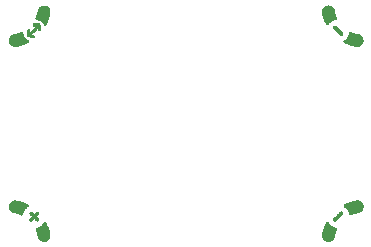
<source format=gbo>
%TF.GenerationSoftware,KiCad,Pcbnew,9.0.5*%
%TF.CreationDate,2025-10-03T12:10:43+01:00*%
%TF.ProjectId,mm_keycap_button,6d6d5f6b-6579-4636-9170-5f627574746f,0.4*%
%TF.SameCoordinates,PX8d24d00PY36d6160*%
%TF.FileFunction,Legend,Bot*%
%TF.FilePolarity,Positive*%
%FSLAX45Y45*%
G04 Gerber Fmt 4.5, Leading zero omitted, Abs format (unit mm)*
G04 Created by KiCad (PCBNEW 9.0.5) date 2025-10-03 12:10:43*
%MOMM*%
%LPD*%
G01*
G04 APERTURE LIST*
%ADD10C,0.010000*%
G04 APERTURE END LIST*
D10*
%TO.C,MH3*%
X-1192931Y-836394D02*
X-1191257Y-837027D01*
X-1189695Y-838171D01*
X-1188172Y-839891D01*
X-1186619Y-842253D01*
X-1184964Y-845323D01*
X-1184948Y-845354D01*
X-1179208Y-857513D01*
X-1173866Y-870278D01*
X-1168954Y-883549D01*
X-1164506Y-897227D01*
X-1160557Y-911211D01*
X-1157140Y-925402D01*
X-1155899Y-931266D01*
X-1154818Y-937214D01*
X-1154127Y-942527D01*
X-1153821Y-947262D01*
X-1153897Y-951472D01*
X-1154284Y-954831D01*
X-1155733Y-961174D01*
X-1157871Y-967152D01*
X-1160673Y-972730D01*
X-1164116Y-977873D01*
X-1168175Y-982545D01*
X-1172826Y-986712D01*
X-1178047Y-990338D01*
X-1178878Y-990834D01*
X-1184149Y-993463D01*
X-1189773Y-995434D01*
X-1195641Y-996736D01*
X-1201647Y-997358D01*
X-1207684Y-997290D01*
X-1213646Y-996520D01*
X-1219426Y-995039D01*
X-1219807Y-994913D01*
X-1225413Y-992621D01*
X-1230708Y-989641D01*
X-1235624Y-986040D01*
X-1240091Y-981884D01*
X-1244042Y-977239D01*
X-1247407Y-972174D01*
X-1250118Y-966754D01*
X-1250986Y-964554D01*
X-1251441Y-963125D01*
X-1251994Y-961102D01*
X-1252599Y-958674D01*
X-1253208Y-956026D01*
X-1253776Y-953347D01*
X-1253785Y-953303D01*
X-1255948Y-943330D01*
X-1258307Y-933953D01*
X-1260919Y-924988D01*
X-1263839Y-916248D01*
X-1267123Y-907550D01*
X-1269078Y-902780D01*
X-1270446Y-899330D01*
X-1271384Y-896446D01*
X-1271897Y-894035D01*
X-1271989Y-891999D01*
X-1271668Y-890243D01*
X-1270937Y-888671D01*
X-1269942Y-887343D01*
X-1269047Y-886417D01*
X-1268076Y-885650D01*
X-1266891Y-884976D01*
X-1265351Y-884329D01*
X-1263320Y-883640D01*
X-1260658Y-882843D01*
X-1260569Y-882818D01*
X-1254890Y-881049D01*
X-1249717Y-879145D01*
X-1244763Y-876992D01*
X-1241457Y-875373D01*
X-1233943Y-871099D01*
X-1226785Y-866147D01*
X-1220056Y-860579D01*
X-1213827Y-854458D01*
X-1208173Y-847848D01*
X-1205396Y-844116D01*
X-1203203Y-841237D01*
X-1201170Y-839061D01*
X-1199224Y-837537D01*
X-1197292Y-836609D01*
X-1195302Y-836223D01*
X-1194786Y-836205D01*
X-1192931Y-836394D01*
G36*
X-1192931Y-836394D02*
G01*
X-1191257Y-837027D01*
X-1189695Y-838171D01*
X-1188172Y-839891D01*
X-1186619Y-842253D01*
X-1184964Y-845323D01*
X-1184948Y-845354D01*
X-1179208Y-857513D01*
X-1173866Y-870278D01*
X-1168954Y-883549D01*
X-1164506Y-897227D01*
X-1160557Y-911211D01*
X-1157140Y-925402D01*
X-1155899Y-931266D01*
X-1154818Y-937214D01*
X-1154127Y-942527D01*
X-1153821Y-947262D01*
X-1153897Y-951472D01*
X-1154284Y-954831D01*
X-1155733Y-961174D01*
X-1157871Y-967152D01*
X-1160673Y-972730D01*
X-1164116Y-977873D01*
X-1168175Y-982545D01*
X-1172826Y-986712D01*
X-1178047Y-990338D01*
X-1178878Y-990834D01*
X-1184149Y-993463D01*
X-1189773Y-995434D01*
X-1195641Y-996736D01*
X-1201647Y-997358D01*
X-1207684Y-997290D01*
X-1213646Y-996520D01*
X-1219426Y-995039D01*
X-1219807Y-994913D01*
X-1225413Y-992621D01*
X-1230708Y-989641D01*
X-1235624Y-986040D01*
X-1240091Y-981884D01*
X-1244042Y-977239D01*
X-1247407Y-972174D01*
X-1250118Y-966754D01*
X-1250986Y-964554D01*
X-1251441Y-963125D01*
X-1251994Y-961102D01*
X-1252599Y-958674D01*
X-1253208Y-956026D01*
X-1253776Y-953347D01*
X-1253785Y-953303D01*
X-1255948Y-943330D01*
X-1258307Y-933953D01*
X-1260919Y-924988D01*
X-1263839Y-916248D01*
X-1267123Y-907550D01*
X-1269078Y-902780D01*
X-1270446Y-899330D01*
X-1271384Y-896446D01*
X-1271897Y-894035D01*
X-1271989Y-891999D01*
X-1271668Y-890243D01*
X-1270937Y-888671D01*
X-1269942Y-887343D01*
X-1269047Y-886417D01*
X-1268076Y-885650D01*
X-1266891Y-884976D01*
X-1265351Y-884329D01*
X-1263320Y-883640D01*
X-1260658Y-882843D01*
X-1260569Y-882818D01*
X-1254890Y-881049D01*
X-1249717Y-879145D01*
X-1244763Y-876992D01*
X-1241457Y-875373D01*
X-1233943Y-871099D01*
X-1226785Y-866147D01*
X-1220056Y-860579D01*
X-1213827Y-854458D01*
X-1208173Y-847848D01*
X-1205396Y-844116D01*
X-1203203Y-841237D01*
X-1201170Y-839061D01*
X-1199224Y-837537D01*
X-1197292Y-836609D01*
X-1195302Y-836223D01*
X-1194786Y-836205D01*
X-1192931Y-836394D01*
G37*
X-1447018Y-654034D02*
X-1444850Y-654071D01*
X-1442753Y-654172D01*
X-1440629Y-654351D01*
X-1438376Y-654625D01*
X-1435895Y-655011D01*
X-1433084Y-655524D01*
X-1429843Y-656180D01*
X-1426072Y-656996D01*
X-1421671Y-657988D01*
X-1419832Y-658410D01*
X-1408491Y-661261D01*
X-1396873Y-664641D01*
X-1385164Y-668482D01*
X-1373550Y-672718D01*
X-1362217Y-677282D01*
X-1351349Y-682108D01*
X-1344232Y-685549D01*
X-1341479Y-686997D01*
X-1339376Y-688277D01*
X-1337819Y-689468D01*
X-1336704Y-690652D01*
X-1335927Y-691910D01*
X-1335840Y-692096D01*
X-1335242Y-693899D01*
X-1335247Y-695582D01*
X-1335643Y-697006D01*
X-1336728Y-698977D01*
X-1338560Y-701002D01*
X-1341098Y-703036D01*
X-1341577Y-703366D01*
X-1348900Y-708774D01*
X-1355647Y-714694D01*
X-1361793Y-721098D01*
X-1367315Y-727957D01*
X-1372187Y-735240D01*
X-1376387Y-742920D01*
X-1378938Y-748575D01*
X-1380172Y-751694D01*
X-1381294Y-754833D01*
X-1382369Y-758196D01*
X-1383463Y-761983D01*
X-1384348Y-765277D01*
X-1384880Y-767101D01*
X-1385421Y-768406D01*
X-1386105Y-769456D01*
X-1386850Y-770298D01*
X-1388407Y-771642D01*
X-1390045Y-772450D01*
X-1391876Y-772726D01*
X-1394010Y-772476D01*
X-1396555Y-771702D01*
X-1398798Y-770783D01*
X-1410850Y-765838D01*
X-1423279Y-761510D01*
X-1436143Y-757780D01*
X-1449501Y-754630D01*
X-1452569Y-754002D01*
X-1456037Y-753292D01*
X-1458875Y-752660D01*
X-1461237Y-752063D01*
X-1463276Y-751455D01*
X-1465147Y-750793D01*
X-1467003Y-750030D01*
X-1468387Y-749407D01*
X-1473685Y-746533D01*
X-1478592Y-743019D01*
X-1483050Y-738937D01*
X-1487003Y-734359D01*
X-1490393Y-729360D01*
X-1493164Y-724012D01*
X-1495257Y-718387D01*
X-1496422Y-713655D01*
X-1497234Y-707379D01*
X-1497288Y-701216D01*
X-1496615Y-695215D01*
X-1495250Y-689423D01*
X-1493223Y-683890D01*
X-1490567Y-678665D01*
X-1487315Y-673794D01*
X-1483500Y-669328D01*
X-1479154Y-665315D01*
X-1474310Y-661803D01*
X-1469000Y-658840D01*
X-1463256Y-656476D01*
X-1457111Y-654759D01*
X-1456940Y-654722D01*
X-1455172Y-654404D01*
X-1453248Y-654191D01*
X-1450978Y-654072D01*
X-1448173Y-654031D01*
X-1447018Y-654034D01*
G36*
X-1447018Y-654034D02*
G01*
X-1444850Y-654071D01*
X-1442753Y-654172D01*
X-1440629Y-654351D01*
X-1438376Y-654625D01*
X-1435895Y-655011D01*
X-1433084Y-655524D01*
X-1429843Y-656180D01*
X-1426072Y-656996D01*
X-1421671Y-657988D01*
X-1419832Y-658410D01*
X-1408491Y-661261D01*
X-1396873Y-664641D01*
X-1385164Y-668482D01*
X-1373550Y-672718D01*
X-1362217Y-677282D01*
X-1351349Y-682108D01*
X-1344232Y-685549D01*
X-1341479Y-686997D01*
X-1339376Y-688277D01*
X-1337819Y-689468D01*
X-1336704Y-690652D01*
X-1335927Y-691910D01*
X-1335840Y-692096D01*
X-1335242Y-693899D01*
X-1335247Y-695582D01*
X-1335643Y-697006D01*
X-1336728Y-698977D01*
X-1338560Y-701002D01*
X-1341098Y-703036D01*
X-1341577Y-703366D01*
X-1348900Y-708774D01*
X-1355647Y-714694D01*
X-1361793Y-721098D01*
X-1367315Y-727957D01*
X-1372187Y-735240D01*
X-1376387Y-742920D01*
X-1378938Y-748575D01*
X-1380172Y-751694D01*
X-1381294Y-754833D01*
X-1382369Y-758196D01*
X-1383463Y-761983D01*
X-1384348Y-765277D01*
X-1384880Y-767101D01*
X-1385421Y-768406D01*
X-1386105Y-769456D01*
X-1386850Y-770298D01*
X-1388407Y-771642D01*
X-1390045Y-772450D01*
X-1391876Y-772726D01*
X-1394010Y-772476D01*
X-1396555Y-771702D01*
X-1398798Y-770783D01*
X-1410850Y-765838D01*
X-1423279Y-761510D01*
X-1436143Y-757780D01*
X-1449501Y-754630D01*
X-1452569Y-754002D01*
X-1456037Y-753292D01*
X-1458875Y-752660D01*
X-1461237Y-752063D01*
X-1463276Y-751455D01*
X-1465147Y-750793D01*
X-1467003Y-750030D01*
X-1468387Y-749407D01*
X-1473685Y-746533D01*
X-1478592Y-743019D01*
X-1483050Y-738937D01*
X-1487003Y-734359D01*
X-1490393Y-729360D01*
X-1493164Y-724012D01*
X-1495257Y-718387D01*
X-1496422Y-713655D01*
X-1497234Y-707379D01*
X-1497288Y-701216D01*
X-1496615Y-695215D01*
X-1495250Y-689423D01*
X-1493223Y-683890D01*
X-1490567Y-678665D01*
X-1487315Y-673794D01*
X-1483500Y-669328D01*
X-1479154Y-665315D01*
X-1474310Y-661803D01*
X-1469000Y-658840D01*
X-1463256Y-656476D01*
X-1457111Y-654759D01*
X-1456940Y-654722D01*
X-1455172Y-654404D01*
X-1453248Y-654191D01*
X-1450978Y-654072D01*
X-1448173Y-654031D01*
X-1447018Y-654034D01*
G37*
X-1311451Y-749774D02*
X-1310449Y-750050D01*
X-1309860Y-750269D01*
X-1309261Y-750567D01*
X-1308589Y-750998D01*
X-1307780Y-751620D01*
X-1306771Y-752487D01*
X-1305499Y-753655D01*
X-1303900Y-755181D01*
X-1301913Y-757120D01*
X-1299472Y-759528D01*
X-1297496Y-761488D01*
X-1286681Y-772223D01*
X-1276065Y-761703D01*
X-1273208Y-758894D01*
X-1270632Y-756407D01*
X-1268388Y-754286D01*
X-1266523Y-752577D01*
X-1265088Y-751326D01*
X-1264131Y-750579D01*
X-1263860Y-750415D01*
X-1262045Y-749851D01*
X-1259845Y-749625D01*
X-1257574Y-749733D01*
X-1255548Y-750171D01*
X-1254695Y-750529D01*
X-1252772Y-751894D01*
X-1251094Y-753731D01*
X-1249969Y-755663D01*
X-1249562Y-757250D01*
X-1249400Y-759249D01*
X-1249480Y-761317D01*
X-1249804Y-763112D01*
X-1249989Y-763649D01*
X-1250481Y-764400D01*
X-1251545Y-765681D01*
X-1253173Y-767481D01*
X-1255356Y-769791D01*
X-1258084Y-772599D01*
X-1261347Y-775897D01*
X-1261386Y-775936D01*
X-1272169Y-786747D01*
X-1261586Y-797377D01*
X-1258492Y-800504D01*
X-1255941Y-803123D01*
X-1253900Y-805272D01*
X-1252333Y-806989D01*
X-1251208Y-808311D01*
X-1250490Y-809274D01*
X-1250197Y-809783D01*
X-1249490Y-812214D01*
X-1249381Y-814873D01*
X-1249862Y-817471D01*
X-1250402Y-818824D01*
X-1251968Y-821145D01*
X-1254030Y-822867D01*
X-1256293Y-823873D01*
X-1258062Y-824311D01*
X-1259564Y-824415D01*
X-1261164Y-824181D01*
X-1262499Y-823827D01*
X-1263073Y-823640D01*
X-1263636Y-823392D01*
X-1264251Y-823029D01*
X-1264981Y-822496D01*
X-1265887Y-821738D01*
X-1267032Y-820699D01*
X-1268478Y-819326D01*
X-1270289Y-817562D01*
X-1272525Y-815352D01*
X-1275251Y-812643D01*
X-1275667Y-812228D01*
X-1286681Y-801259D01*
X-1297694Y-812228D01*
X-1300492Y-815010D01*
X-1302792Y-817285D01*
X-1304657Y-819107D01*
X-1306150Y-820532D01*
X-1307333Y-821613D01*
X-1308268Y-822407D01*
X-1309018Y-822967D01*
X-1309645Y-823350D01*
X-1310212Y-823611D01*
X-1310781Y-823803D01*
X-1310863Y-823827D01*
X-1312741Y-824292D01*
X-1314270Y-824418D01*
X-1315817Y-824208D01*
X-1317069Y-823873D01*
X-1319535Y-822749D01*
X-1321523Y-821040D01*
X-1322966Y-818841D01*
X-1323797Y-816245D01*
X-1323978Y-814160D01*
X-1323955Y-813044D01*
X-1323860Y-812048D01*
X-1323643Y-811103D01*
X-1323256Y-810141D01*
X-1322649Y-809093D01*
X-1321771Y-807892D01*
X-1320575Y-806470D01*
X-1319009Y-804759D01*
X-1317026Y-802689D01*
X-1314574Y-800195D01*
X-1311776Y-797377D01*
X-1301193Y-786747D01*
X-1311959Y-775936D01*
X-1315199Y-772661D01*
X-1317875Y-769908D01*
X-1320003Y-767659D01*
X-1321602Y-765896D01*
X-1322687Y-764600D01*
X-1323275Y-763753D01*
X-1323356Y-763588D01*
X-1323943Y-761196D01*
X-1323921Y-758591D01*
X-1323335Y-756014D01*
X-1322230Y-753702D01*
X-1321285Y-752487D01*
X-1319266Y-750908D01*
X-1316836Y-749903D01*
X-1314172Y-749512D01*
X-1311451Y-749774D01*
G36*
X-1311451Y-749774D02*
G01*
X-1310449Y-750050D01*
X-1309860Y-750269D01*
X-1309261Y-750567D01*
X-1308589Y-750998D01*
X-1307780Y-751620D01*
X-1306771Y-752487D01*
X-1305499Y-753655D01*
X-1303900Y-755181D01*
X-1301913Y-757120D01*
X-1299472Y-759528D01*
X-1297496Y-761488D01*
X-1286681Y-772223D01*
X-1276065Y-761703D01*
X-1273208Y-758894D01*
X-1270632Y-756407D01*
X-1268388Y-754286D01*
X-1266523Y-752577D01*
X-1265088Y-751326D01*
X-1264131Y-750579D01*
X-1263860Y-750415D01*
X-1262045Y-749851D01*
X-1259845Y-749625D01*
X-1257574Y-749733D01*
X-1255548Y-750171D01*
X-1254695Y-750529D01*
X-1252772Y-751894D01*
X-1251094Y-753731D01*
X-1249969Y-755663D01*
X-1249562Y-757250D01*
X-1249400Y-759249D01*
X-1249480Y-761317D01*
X-1249804Y-763112D01*
X-1249989Y-763649D01*
X-1250481Y-764400D01*
X-1251545Y-765681D01*
X-1253173Y-767481D01*
X-1255356Y-769791D01*
X-1258084Y-772599D01*
X-1261347Y-775897D01*
X-1261386Y-775936D01*
X-1272169Y-786747D01*
X-1261586Y-797377D01*
X-1258492Y-800504D01*
X-1255941Y-803123D01*
X-1253900Y-805272D01*
X-1252333Y-806989D01*
X-1251208Y-808311D01*
X-1250490Y-809274D01*
X-1250197Y-809783D01*
X-1249490Y-812214D01*
X-1249381Y-814873D01*
X-1249862Y-817471D01*
X-1250402Y-818824D01*
X-1251968Y-821145D01*
X-1254030Y-822867D01*
X-1256293Y-823873D01*
X-1258062Y-824311D01*
X-1259564Y-824415D01*
X-1261164Y-824181D01*
X-1262499Y-823827D01*
X-1263073Y-823640D01*
X-1263636Y-823392D01*
X-1264251Y-823029D01*
X-1264981Y-822496D01*
X-1265887Y-821738D01*
X-1267032Y-820699D01*
X-1268478Y-819326D01*
X-1270289Y-817562D01*
X-1272525Y-815352D01*
X-1275251Y-812643D01*
X-1275667Y-812228D01*
X-1286681Y-801259D01*
X-1297694Y-812228D01*
X-1300492Y-815010D01*
X-1302792Y-817285D01*
X-1304657Y-819107D01*
X-1306150Y-820532D01*
X-1307333Y-821613D01*
X-1308268Y-822407D01*
X-1309018Y-822967D01*
X-1309645Y-823350D01*
X-1310212Y-823611D01*
X-1310781Y-823803D01*
X-1310863Y-823827D01*
X-1312741Y-824292D01*
X-1314270Y-824418D01*
X-1315817Y-824208D01*
X-1317069Y-823873D01*
X-1319535Y-822749D01*
X-1321523Y-821040D01*
X-1322966Y-818841D01*
X-1323797Y-816245D01*
X-1323978Y-814160D01*
X-1323955Y-813044D01*
X-1323860Y-812048D01*
X-1323643Y-811103D01*
X-1323256Y-810141D01*
X-1322649Y-809093D01*
X-1321771Y-807892D01*
X-1320575Y-806470D01*
X-1319009Y-804759D01*
X-1317026Y-802689D01*
X-1314574Y-800195D01*
X-1311776Y-797377D01*
X-1301193Y-786747D01*
X-1311959Y-775936D01*
X-1315199Y-772661D01*
X-1317875Y-769908D01*
X-1320003Y-767659D01*
X-1321602Y-765896D01*
X-1322687Y-764600D01*
X-1323275Y-763753D01*
X-1323356Y-763588D01*
X-1323943Y-761196D01*
X-1323921Y-758591D01*
X-1323335Y-756014D01*
X-1322230Y-753702D01*
X-1321285Y-752487D01*
X-1319266Y-750908D01*
X-1316836Y-749903D01*
X-1314172Y-749512D01*
X-1311451Y-749774D01*
G37*
%TO.C,MH4*%
X1451231Y-653710D02*
X1454590Y-654097D01*
X1460934Y-655546D01*
X1466912Y-657684D01*
X1472490Y-660486D01*
X1477632Y-663928D01*
X1482304Y-667987D01*
X1486471Y-672639D01*
X1490098Y-677859D01*
X1490593Y-678690D01*
X1493223Y-683962D01*
X1495194Y-689585D01*
X1496496Y-695453D01*
X1497118Y-701460D01*
X1497049Y-707497D01*
X1496280Y-713459D01*
X1494799Y-719238D01*
X1494672Y-719620D01*
X1492381Y-725226D01*
X1489401Y-730521D01*
X1485799Y-735436D01*
X1481643Y-739904D01*
X1476999Y-743854D01*
X1471934Y-747220D01*
X1466514Y-749931D01*
X1464313Y-750798D01*
X1462884Y-751253D01*
X1460862Y-751806D01*
X1458434Y-752411D01*
X1455786Y-753021D01*
X1453107Y-753589D01*
X1453063Y-753598D01*
X1443090Y-755760D01*
X1433713Y-758119D01*
X1424747Y-760731D01*
X1416008Y-763651D01*
X1407310Y-766936D01*
X1402540Y-768891D01*
X1399089Y-770259D01*
X1396206Y-771197D01*
X1393794Y-771709D01*
X1391759Y-771802D01*
X1390003Y-771480D01*
X1388431Y-770750D01*
X1387103Y-769755D01*
X1386176Y-768860D01*
X1385410Y-767889D01*
X1384736Y-766703D01*
X1384088Y-765164D01*
X1383400Y-763133D01*
X1382603Y-760470D01*
X1382577Y-760382D01*
X1380809Y-754703D01*
X1378904Y-749530D01*
X1376752Y-744575D01*
X1375132Y-741269D01*
X1370859Y-733756D01*
X1365906Y-726598D01*
X1360338Y-719868D01*
X1354218Y-713640D01*
X1347608Y-707985D01*
X1343876Y-705209D01*
X1340996Y-703016D01*
X1338821Y-700982D01*
X1337297Y-699036D01*
X1336369Y-697105D01*
X1335983Y-695115D01*
X1335965Y-694598D01*
X1336153Y-692743D01*
X1336787Y-691070D01*
X1337930Y-689507D01*
X1339650Y-687985D01*
X1342012Y-686431D01*
X1345083Y-684776D01*
X1345114Y-684761D01*
X1357273Y-679021D01*
X1370038Y-673678D01*
X1383309Y-668766D01*
X1396986Y-664319D01*
X1410970Y-660370D01*
X1425162Y-656953D01*
X1431026Y-655711D01*
X1436974Y-654631D01*
X1442287Y-653939D01*
X1447021Y-653634D01*
X1451231Y-653710D01*
G36*
X1451231Y-653710D02*
G01*
X1454590Y-654097D01*
X1460934Y-655546D01*
X1466912Y-657684D01*
X1472490Y-660486D01*
X1477632Y-663928D01*
X1482304Y-667987D01*
X1486471Y-672639D01*
X1490098Y-677859D01*
X1490593Y-678690D01*
X1493223Y-683962D01*
X1495194Y-689585D01*
X1496496Y-695453D01*
X1497118Y-701460D01*
X1497049Y-707497D01*
X1496280Y-713459D01*
X1494799Y-719238D01*
X1494672Y-719620D01*
X1492381Y-725226D01*
X1489401Y-730521D01*
X1485799Y-735436D01*
X1481643Y-739904D01*
X1476999Y-743854D01*
X1471934Y-747220D01*
X1466514Y-749931D01*
X1464313Y-750798D01*
X1462884Y-751253D01*
X1460862Y-751806D01*
X1458434Y-752411D01*
X1455786Y-753021D01*
X1453107Y-753589D01*
X1453063Y-753598D01*
X1443090Y-755760D01*
X1433713Y-758119D01*
X1424747Y-760731D01*
X1416008Y-763651D01*
X1407310Y-766936D01*
X1402540Y-768891D01*
X1399089Y-770259D01*
X1396206Y-771197D01*
X1393794Y-771709D01*
X1391759Y-771802D01*
X1390003Y-771480D01*
X1388431Y-770750D01*
X1387103Y-769755D01*
X1386176Y-768860D01*
X1385410Y-767889D01*
X1384736Y-766703D01*
X1384088Y-765164D01*
X1383400Y-763133D01*
X1382603Y-760470D01*
X1382577Y-760382D01*
X1380809Y-754703D01*
X1378904Y-749530D01*
X1376752Y-744575D01*
X1375132Y-741269D01*
X1370859Y-733756D01*
X1365906Y-726598D01*
X1360338Y-719868D01*
X1354218Y-713640D01*
X1347608Y-707985D01*
X1343876Y-705209D01*
X1340996Y-703016D01*
X1338821Y-700982D01*
X1337297Y-699036D01*
X1336369Y-697105D01*
X1335983Y-695115D01*
X1335965Y-694598D01*
X1336153Y-692743D01*
X1336787Y-691070D01*
X1337930Y-689507D01*
X1339650Y-687985D01*
X1342012Y-686431D01*
X1345083Y-684776D01*
X1345114Y-684761D01*
X1357273Y-679021D01*
X1370038Y-673678D01*
X1383309Y-668766D01*
X1396986Y-664319D01*
X1410970Y-660370D01*
X1425162Y-656953D01*
X1431026Y-655711D01*
X1436974Y-654631D01*
X1442287Y-653939D01*
X1447021Y-653634D01*
X1451231Y-653710D01*
G37*
X1195341Y-835060D02*
X1196765Y-835455D01*
X1198737Y-836541D01*
X1200761Y-838373D01*
X1202796Y-840911D01*
X1203126Y-841389D01*
X1208533Y-848713D01*
X1214454Y-855459D01*
X1220858Y-861606D01*
X1227716Y-867127D01*
X1235000Y-872000D01*
X1242680Y-876199D01*
X1248335Y-878750D01*
X1251454Y-879985D01*
X1254593Y-881107D01*
X1257955Y-882182D01*
X1261743Y-883275D01*
X1265037Y-884161D01*
X1266861Y-884692D01*
X1268166Y-885234D01*
X1269216Y-885918D01*
X1270058Y-886663D01*
X1271402Y-888219D01*
X1272210Y-889858D01*
X1272486Y-891689D01*
X1272235Y-893822D01*
X1271462Y-896367D01*
X1270542Y-898610D01*
X1265598Y-910662D01*
X1261270Y-923091D01*
X1257540Y-935955D01*
X1254390Y-949313D01*
X1253761Y-952381D01*
X1253051Y-955850D01*
X1252420Y-958688D01*
X1251823Y-961050D01*
X1251215Y-963089D01*
X1250552Y-964960D01*
X1249789Y-966816D01*
X1249167Y-968200D01*
X1246293Y-973498D01*
X1242778Y-978405D01*
X1238696Y-982863D01*
X1234119Y-986816D01*
X1229120Y-990206D01*
X1223771Y-992976D01*
X1218147Y-995070D01*
X1213415Y-996234D01*
X1207139Y-997047D01*
X1200976Y-997100D01*
X1194974Y-996428D01*
X1189183Y-995062D01*
X1183650Y-993035D01*
X1178424Y-990380D01*
X1173554Y-987128D01*
X1169088Y-983313D01*
X1165074Y-978967D01*
X1161562Y-974123D01*
X1158600Y-968812D01*
X1156236Y-963068D01*
X1154518Y-956924D01*
X1154481Y-956753D01*
X1154163Y-954984D01*
X1153951Y-953060D01*
X1153831Y-950790D01*
X1153791Y-947986D01*
X1153793Y-946831D01*
X1153831Y-944662D01*
X1153931Y-942566D01*
X1154111Y-940442D01*
X1154385Y-938189D01*
X1154770Y-935707D01*
X1155283Y-932896D01*
X1155940Y-929655D01*
X1156756Y-925885D01*
X1157748Y-921483D01*
X1158169Y-919645D01*
X1161021Y-908304D01*
X1164400Y-896686D01*
X1168241Y-884977D01*
X1172477Y-873363D01*
X1177041Y-862029D01*
X1181867Y-851161D01*
X1185308Y-844045D01*
X1186757Y-841292D01*
X1188036Y-839189D01*
X1189228Y-837632D01*
X1190412Y-836516D01*
X1191670Y-835739D01*
X1191856Y-835652D01*
X1193659Y-835055D01*
X1195341Y-835060D01*
G36*
X1195341Y-835060D02*
G01*
X1196765Y-835455D01*
X1198737Y-836541D01*
X1200761Y-838373D01*
X1202796Y-840911D01*
X1203126Y-841389D01*
X1208533Y-848713D01*
X1214454Y-855459D01*
X1220858Y-861606D01*
X1227716Y-867127D01*
X1235000Y-872000D01*
X1242680Y-876199D01*
X1248335Y-878750D01*
X1251454Y-879985D01*
X1254593Y-881107D01*
X1257955Y-882182D01*
X1261743Y-883275D01*
X1265037Y-884161D01*
X1266861Y-884692D01*
X1268166Y-885234D01*
X1269216Y-885918D01*
X1270058Y-886663D01*
X1271402Y-888219D01*
X1272210Y-889858D01*
X1272486Y-891689D01*
X1272235Y-893822D01*
X1271462Y-896367D01*
X1270542Y-898610D01*
X1265598Y-910662D01*
X1261270Y-923091D01*
X1257540Y-935955D01*
X1254390Y-949313D01*
X1253761Y-952381D01*
X1253051Y-955850D01*
X1252420Y-958688D01*
X1251823Y-961050D01*
X1251215Y-963089D01*
X1250552Y-964960D01*
X1249789Y-966816D01*
X1249167Y-968200D01*
X1246293Y-973498D01*
X1242778Y-978405D01*
X1238696Y-982863D01*
X1234119Y-986816D01*
X1229120Y-990206D01*
X1223771Y-992976D01*
X1218147Y-995070D01*
X1213415Y-996234D01*
X1207139Y-997047D01*
X1200976Y-997100D01*
X1194974Y-996428D01*
X1189183Y-995062D01*
X1183650Y-993035D01*
X1178424Y-990380D01*
X1173554Y-987128D01*
X1169088Y-983313D01*
X1165074Y-978967D01*
X1161562Y-974123D01*
X1158600Y-968812D01*
X1156236Y-963068D01*
X1154518Y-956924D01*
X1154481Y-956753D01*
X1154163Y-954984D01*
X1153951Y-953060D01*
X1153831Y-950790D01*
X1153791Y-947986D01*
X1153793Y-946831D01*
X1153831Y-944662D01*
X1153931Y-942566D01*
X1154111Y-940442D01*
X1154385Y-938189D01*
X1154770Y-935707D01*
X1155283Y-932896D01*
X1155940Y-929655D01*
X1156756Y-925885D01*
X1157748Y-921483D01*
X1158169Y-919645D01*
X1161021Y-908304D01*
X1164400Y-896686D01*
X1168241Y-884977D01*
X1172477Y-873363D01*
X1177041Y-862029D01*
X1181867Y-851161D01*
X1185308Y-844045D01*
X1186757Y-841292D01*
X1188036Y-839189D01*
X1189228Y-837632D01*
X1190412Y-836516D01*
X1191670Y-835739D01*
X1191856Y-835652D01*
X1193659Y-835055D01*
X1195341Y-835060D01*
G37*
X1316203Y-746728D02*
X1317101Y-746928D01*
X1320104Y-748152D01*
X1322602Y-749942D01*
X1324538Y-752220D01*
X1325857Y-754906D01*
X1326501Y-757923D01*
X1326528Y-760073D01*
X1326481Y-760824D01*
X1326421Y-761511D01*
X1326317Y-762169D01*
X1326137Y-762833D01*
X1325851Y-763540D01*
X1325426Y-764326D01*
X1324832Y-765225D01*
X1324038Y-766274D01*
X1323011Y-767508D01*
X1321722Y-768963D01*
X1320138Y-770675D01*
X1318229Y-772680D01*
X1315963Y-775013D01*
X1313309Y-777710D01*
X1310236Y-780806D01*
X1306712Y-784338D01*
X1302706Y-788341D01*
X1298188Y-792851D01*
X1295557Y-795476D01*
X1290901Y-800122D01*
X1286771Y-804238D01*
X1283134Y-807859D01*
X1279953Y-811017D01*
X1277196Y-813745D01*
X1274827Y-816075D01*
X1272812Y-818042D01*
X1271117Y-819676D01*
X1269706Y-821012D01*
X1268545Y-822082D01*
X1267601Y-822919D01*
X1266837Y-823555D01*
X1266220Y-824025D01*
X1265715Y-824359D01*
X1265288Y-824592D01*
X1264903Y-824757D01*
X1264686Y-824834D01*
X1261532Y-825506D01*
X1258441Y-825445D01*
X1255519Y-824692D01*
X1252872Y-823286D01*
X1250608Y-821267D01*
X1248988Y-818965D01*
X1248429Y-817884D01*
X1248083Y-816933D01*
X1247899Y-815861D01*
X1247828Y-814419D01*
X1247818Y-813084D01*
X1247853Y-811130D01*
X1247984Y-809712D01*
X1248255Y-808573D01*
X1248707Y-807459D01*
X1248768Y-807329D01*
X1249035Y-806886D01*
X1249511Y-806253D01*
X1250226Y-805400D01*
X1251209Y-804296D01*
X1252489Y-802911D01*
X1254094Y-801216D01*
X1256055Y-799181D01*
X1258400Y-796774D01*
X1261158Y-793966D01*
X1264359Y-790727D01*
X1268031Y-787026D01*
X1272203Y-782834D01*
X1276904Y-778120D01*
X1277939Y-777084D01*
X1282616Y-772403D01*
X1286768Y-768252D01*
X1290430Y-764600D01*
X1293635Y-761414D01*
X1296416Y-758662D01*
X1298808Y-756310D01*
X1300845Y-754326D01*
X1302560Y-752678D01*
X1303988Y-751333D01*
X1305162Y-750258D01*
X1306116Y-749421D01*
X1306885Y-748789D01*
X1307502Y-748330D01*
X1308000Y-748010D01*
X1308376Y-747816D01*
X1310932Y-746963D01*
X1313642Y-746590D01*
X1316203Y-746728D01*
G36*
X1316203Y-746728D02*
G01*
X1317101Y-746928D01*
X1320104Y-748152D01*
X1322602Y-749942D01*
X1324538Y-752220D01*
X1325857Y-754906D01*
X1326501Y-757923D01*
X1326528Y-760073D01*
X1326481Y-760824D01*
X1326421Y-761511D01*
X1326317Y-762169D01*
X1326137Y-762833D01*
X1325851Y-763540D01*
X1325426Y-764326D01*
X1324832Y-765225D01*
X1324038Y-766274D01*
X1323011Y-767508D01*
X1321722Y-768963D01*
X1320138Y-770675D01*
X1318229Y-772680D01*
X1315963Y-775013D01*
X1313309Y-777710D01*
X1310236Y-780806D01*
X1306712Y-784338D01*
X1302706Y-788341D01*
X1298188Y-792851D01*
X1295557Y-795476D01*
X1290901Y-800122D01*
X1286771Y-804238D01*
X1283134Y-807859D01*
X1279953Y-811017D01*
X1277196Y-813745D01*
X1274827Y-816075D01*
X1272812Y-818042D01*
X1271117Y-819676D01*
X1269706Y-821012D01*
X1268545Y-822082D01*
X1267601Y-822919D01*
X1266837Y-823555D01*
X1266220Y-824025D01*
X1265715Y-824359D01*
X1265288Y-824592D01*
X1264903Y-824757D01*
X1264686Y-824834D01*
X1261532Y-825506D01*
X1258441Y-825445D01*
X1255519Y-824692D01*
X1252872Y-823286D01*
X1250608Y-821267D01*
X1248988Y-818965D01*
X1248429Y-817884D01*
X1248083Y-816933D01*
X1247899Y-815861D01*
X1247828Y-814419D01*
X1247818Y-813084D01*
X1247853Y-811130D01*
X1247984Y-809712D01*
X1248255Y-808573D01*
X1248707Y-807459D01*
X1248768Y-807329D01*
X1249035Y-806886D01*
X1249511Y-806253D01*
X1250226Y-805400D01*
X1251209Y-804296D01*
X1252489Y-802911D01*
X1254094Y-801216D01*
X1256055Y-799181D01*
X1258400Y-796774D01*
X1261158Y-793966D01*
X1264359Y-790727D01*
X1268031Y-787026D01*
X1272203Y-782834D01*
X1276904Y-778120D01*
X1277939Y-777084D01*
X1282616Y-772403D01*
X1286768Y-768252D01*
X1290430Y-764600D01*
X1293635Y-761414D01*
X1296416Y-758662D01*
X1298808Y-756310D01*
X1300845Y-754326D01*
X1302560Y-752678D01*
X1303988Y-751333D01*
X1305162Y-750258D01*
X1306116Y-749421D01*
X1306885Y-748789D01*
X1307502Y-748330D01*
X1308000Y-748010D01*
X1308376Y-747816D01*
X1310932Y-746963D01*
X1313642Y-746590D01*
X1316203Y-746728D01*
G37*
%TO.C,MH2*%
X1207557Y997289D02*
X1213519Y996520D01*
X1219299Y995039D01*
X1219680Y994912D01*
X1225286Y992621D01*
X1230581Y989641D01*
X1235497Y986039D01*
X1239964Y981883D01*
X1243915Y977239D01*
X1247280Y972174D01*
X1249991Y966754D01*
X1250859Y964553D01*
X1251314Y963124D01*
X1251867Y961102D01*
X1252471Y958674D01*
X1253081Y956026D01*
X1253649Y953347D01*
X1253658Y953303D01*
X1255821Y943330D01*
X1258180Y933953D01*
X1260791Y924987D01*
X1263712Y916248D01*
X1266996Y907550D01*
X1268951Y902780D01*
X1270319Y899329D01*
X1271257Y896446D01*
X1271769Y894034D01*
X1271862Y891998D01*
X1271541Y890243D01*
X1270810Y888671D01*
X1269815Y887343D01*
X1268920Y886416D01*
X1267949Y885649D01*
X1266764Y884976D01*
X1265224Y884328D01*
X1263193Y883640D01*
X1260531Y882843D01*
X1260442Y882817D01*
X1254763Y881049D01*
X1249590Y879144D01*
X1244636Y876992D01*
X1241330Y875372D01*
X1233816Y871098D01*
X1226658Y866146D01*
X1219929Y860578D01*
X1213700Y854458D01*
X1208046Y847848D01*
X1205269Y844116D01*
X1203076Y841236D01*
X1201043Y839061D01*
X1199097Y837536D01*
X1197165Y836608D01*
X1195175Y836223D01*
X1194659Y836204D01*
X1192804Y836393D01*
X1191130Y837027D01*
X1189568Y838170D01*
X1188045Y839890D01*
X1186492Y842252D01*
X1184837Y845323D01*
X1184821Y845354D01*
X1179081Y857513D01*
X1173738Y870277D01*
X1168827Y883548D01*
X1164379Y897226D01*
X1160430Y911210D01*
X1157013Y925402D01*
X1155772Y931266D01*
X1154691Y937214D01*
X1154000Y942527D01*
X1153694Y947261D01*
X1153770Y951471D01*
X1154157Y954830D01*
X1155606Y961174D01*
X1157744Y967152D01*
X1160546Y972730D01*
X1163988Y977872D01*
X1168048Y982544D01*
X1172699Y986711D01*
X1177920Y990338D01*
X1178751Y990833D01*
X1184022Y993463D01*
X1189645Y995434D01*
X1195514Y996736D01*
X1201520Y997358D01*
X1207557Y997289D01*
G36*
X1207557Y997289D02*
G01*
X1213519Y996520D01*
X1219299Y995039D01*
X1219680Y994912D01*
X1225286Y992621D01*
X1230581Y989641D01*
X1235497Y986039D01*
X1239964Y981883D01*
X1243915Y977239D01*
X1247280Y972174D01*
X1249991Y966754D01*
X1250859Y964553D01*
X1251314Y963124D01*
X1251867Y961102D01*
X1252471Y958674D01*
X1253081Y956026D01*
X1253649Y953347D01*
X1253658Y953303D01*
X1255821Y943330D01*
X1258180Y933953D01*
X1260791Y924987D01*
X1263712Y916248D01*
X1266996Y907550D01*
X1268951Y902780D01*
X1270319Y899329D01*
X1271257Y896446D01*
X1271769Y894034D01*
X1271862Y891998D01*
X1271541Y890243D01*
X1270810Y888671D01*
X1269815Y887343D01*
X1268920Y886416D01*
X1267949Y885649D01*
X1266764Y884976D01*
X1265224Y884328D01*
X1263193Y883640D01*
X1260531Y882843D01*
X1260442Y882817D01*
X1254763Y881049D01*
X1249590Y879144D01*
X1244636Y876992D01*
X1241330Y875372D01*
X1233816Y871098D01*
X1226658Y866146D01*
X1219929Y860578D01*
X1213700Y854458D01*
X1208046Y847848D01*
X1205269Y844116D01*
X1203076Y841236D01*
X1201043Y839061D01*
X1199097Y837536D01*
X1197165Y836608D01*
X1195175Y836223D01*
X1194659Y836204D01*
X1192804Y836393D01*
X1191130Y837027D01*
X1189568Y838170D01*
X1188045Y839890D01*
X1186492Y842252D01*
X1184837Y845323D01*
X1184821Y845354D01*
X1179081Y857513D01*
X1173738Y870277D01*
X1168827Y883548D01*
X1164379Y897226D01*
X1160430Y911210D01*
X1157013Y925402D01*
X1155772Y931266D01*
X1154691Y937214D01*
X1154000Y942527D01*
X1153694Y947261D01*
X1153770Y951471D01*
X1154157Y954830D01*
X1155606Y961174D01*
X1157744Y967152D01*
X1160546Y972730D01*
X1163988Y977872D01*
X1168048Y982544D01*
X1172699Y986711D01*
X1177920Y990338D01*
X1178751Y990833D01*
X1184022Y993463D01*
X1189645Y995434D01*
X1195514Y996736D01*
X1201520Y997358D01*
X1207557Y997289D01*
G37*
X1260884Y826721D02*
X1261571Y826661D01*
X1262229Y826557D01*
X1262894Y826377D01*
X1263601Y826091D01*
X1264386Y825666D01*
X1265285Y825072D01*
X1266334Y824278D01*
X1267568Y823251D01*
X1269024Y821962D01*
X1270736Y820378D01*
X1272741Y818469D01*
X1275073Y816203D01*
X1277770Y813549D01*
X1280867Y810476D01*
X1284399Y806952D01*
X1288402Y802946D01*
X1292912Y798428D01*
X1295537Y795797D01*
X1300182Y791141D01*
X1304299Y787011D01*
X1307919Y783374D01*
X1311077Y780193D01*
X1313805Y777436D01*
X1316136Y775067D01*
X1318102Y773052D01*
X1319737Y771357D01*
X1321072Y769946D01*
X1322142Y768785D01*
X1322979Y767840D01*
X1323616Y767077D01*
X1324085Y766460D01*
X1324420Y765955D01*
X1324653Y765527D01*
X1324817Y765143D01*
X1324894Y764925D01*
X1325566Y761772D01*
X1325505Y758681D01*
X1324752Y755759D01*
X1323346Y753112D01*
X1321327Y750848D01*
X1319026Y749228D01*
X1317944Y748669D01*
X1316993Y748323D01*
X1315921Y748139D01*
X1314479Y748068D01*
X1313144Y748058D01*
X1311190Y748093D01*
X1309772Y748224D01*
X1308634Y748495D01*
X1307519Y748947D01*
X1307390Y749008D01*
X1306947Y749275D01*
X1306313Y749751D01*
X1305460Y750466D01*
X1304356Y751449D01*
X1302972Y752729D01*
X1301277Y754334D01*
X1299241Y756295D01*
X1296834Y758640D01*
X1294026Y761398D01*
X1290787Y764599D01*
X1287086Y768270D01*
X1282894Y772443D01*
X1278181Y777144D01*
X1277145Y778178D01*
X1272463Y782856D01*
X1268313Y787008D01*
X1264661Y790670D01*
X1261475Y793874D01*
X1258722Y796656D01*
X1256370Y799048D01*
X1254386Y801085D01*
X1252738Y802800D01*
X1251393Y804228D01*
X1250318Y805402D01*
X1249481Y806356D01*
X1248849Y807125D01*
X1248390Y807742D01*
X1248071Y808240D01*
X1247876Y808616D01*
X1247023Y811172D01*
X1246651Y813882D01*
X1246788Y816443D01*
X1246988Y817341D01*
X1248212Y820344D01*
X1250003Y822842D01*
X1252280Y824778D01*
X1254967Y826097D01*
X1257983Y826741D01*
X1260133Y826768D01*
X1260884Y826721D01*
G36*
X1260884Y826721D02*
G01*
X1261571Y826661D01*
X1262229Y826557D01*
X1262894Y826377D01*
X1263601Y826091D01*
X1264386Y825666D01*
X1265285Y825072D01*
X1266334Y824278D01*
X1267568Y823251D01*
X1269024Y821962D01*
X1270736Y820378D01*
X1272741Y818469D01*
X1275073Y816203D01*
X1277770Y813549D01*
X1280867Y810476D01*
X1284399Y806952D01*
X1288402Y802946D01*
X1292912Y798428D01*
X1295537Y795797D01*
X1300182Y791141D01*
X1304299Y787011D01*
X1307919Y783374D01*
X1311077Y780193D01*
X1313805Y777436D01*
X1316136Y775067D01*
X1318102Y773052D01*
X1319737Y771357D01*
X1321072Y769946D01*
X1322142Y768785D01*
X1322979Y767840D01*
X1323616Y767077D01*
X1324085Y766460D01*
X1324420Y765955D01*
X1324653Y765527D01*
X1324817Y765143D01*
X1324894Y764925D01*
X1325566Y761772D01*
X1325505Y758681D01*
X1324752Y755759D01*
X1323346Y753112D01*
X1321327Y750848D01*
X1319026Y749228D01*
X1317944Y748669D01*
X1316993Y748323D01*
X1315921Y748139D01*
X1314479Y748068D01*
X1313144Y748058D01*
X1311190Y748093D01*
X1309772Y748224D01*
X1308634Y748495D01*
X1307519Y748947D01*
X1307390Y749008D01*
X1306947Y749275D01*
X1306313Y749751D01*
X1305460Y750466D01*
X1304356Y751449D01*
X1302972Y752729D01*
X1301277Y754334D01*
X1299241Y756295D01*
X1296834Y758640D01*
X1294026Y761398D01*
X1290787Y764599D01*
X1287086Y768270D01*
X1282894Y772443D01*
X1278181Y777144D01*
X1277145Y778178D01*
X1272463Y782856D01*
X1268313Y787008D01*
X1264661Y790670D01*
X1261475Y793874D01*
X1258722Y796656D01*
X1256370Y799048D01*
X1254386Y801085D01*
X1252738Y802800D01*
X1251393Y804228D01*
X1250318Y805402D01*
X1249481Y806356D01*
X1248849Y807125D01*
X1248390Y807742D01*
X1248071Y808240D01*
X1247876Y808616D01*
X1247023Y811172D01*
X1246651Y813882D01*
X1246788Y816443D01*
X1246988Y817341D01*
X1248212Y820344D01*
X1250003Y822842D01*
X1252280Y824778D01*
X1254967Y826097D01*
X1257983Y826741D01*
X1260133Y826768D01*
X1260884Y826721D01*
G37*
X1393883Y772475D02*
X1396428Y771702D01*
X1398671Y770782D01*
X1410723Y765838D01*
X1423152Y761510D01*
X1436016Y757780D01*
X1449373Y754630D01*
X1452442Y754001D01*
X1455910Y753291D01*
X1458748Y752660D01*
X1461110Y752063D01*
X1463149Y751455D01*
X1465020Y750792D01*
X1466876Y750029D01*
X1468260Y749407D01*
X1473558Y746533D01*
X1478465Y743018D01*
X1482923Y738936D01*
X1486876Y734359D01*
X1490266Y729360D01*
X1493037Y724011D01*
X1495130Y718387D01*
X1496295Y713655D01*
X1497107Y707379D01*
X1497161Y701216D01*
X1496488Y695214D01*
X1495122Y689423D01*
X1493095Y683890D01*
X1490440Y678664D01*
X1487188Y673794D01*
X1483373Y669328D01*
X1479027Y665314D01*
X1474183Y661802D01*
X1468872Y658840D01*
X1463129Y656476D01*
X1456984Y654758D01*
X1456813Y654721D01*
X1455045Y654403D01*
X1453121Y654191D01*
X1450851Y654071D01*
X1448046Y654031D01*
X1446891Y654033D01*
X1444723Y654071D01*
X1442626Y654171D01*
X1440502Y654351D01*
X1438249Y654625D01*
X1435767Y655010D01*
X1432956Y655523D01*
X1429716Y656180D01*
X1425945Y656996D01*
X1421544Y657988D01*
X1419705Y658409D01*
X1408364Y661261D01*
X1396746Y664640D01*
X1385037Y668481D01*
X1373423Y672717D01*
X1362089Y677281D01*
X1351222Y682107D01*
X1344105Y685548D01*
X1341352Y686997D01*
X1339249Y688276D01*
X1337692Y689468D01*
X1336577Y690652D01*
X1335800Y691910D01*
X1335713Y692096D01*
X1335115Y693899D01*
X1335120Y695581D01*
X1335516Y697005D01*
X1336601Y698977D01*
X1338433Y701001D01*
X1340971Y703036D01*
X1341450Y703366D01*
X1348773Y708773D01*
X1355520Y714694D01*
X1361666Y721098D01*
X1367188Y727956D01*
X1372060Y735240D01*
X1376260Y742920D01*
X1378811Y748575D01*
X1380045Y751694D01*
X1381167Y754833D01*
X1382242Y758195D01*
X1383336Y761983D01*
X1384221Y765277D01*
X1384753Y767101D01*
X1385294Y768406D01*
X1385978Y769456D01*
X1386723Y770298D01*
X1388280Y771642D01*
X1389918Y772450D01*
X1391749Y772726D01*
X1393883Y772475D01*
G36*
X1393883Y772475D02*
G01*
X1396428Y771702D01*
X1398671Y770782D01*
X1410723Y765838D01*
X1423152Y761510D01*
X1436016Y757780D01*
X1449373Y754630D01*
X1452442Y754001D01*
X1455910Y753291D01*
X1458748Y752660D01*
X1461110Y752063D01*
X1463149Y751455D01*
X1465020Y750792D01*
X1466876Y750029D01*
X1468260Y749407D01*
X1473558Y746533D01*
X1478465Y743018D01*
X1482923Y738936D01*
X1486876Y734359D01*
X1490266Y729360D01*
X1493037Y724011D01*
X1495130Y718387D01*
X1496295Y713655D01*
X1497107Y707379D01*
X1497161Y701216D01*
X1496488Y695214D01*
X1495122Y689423D01*
X1493095Y683890D01*
X1490440Y678664D01*
X1487188Y673794D01*
X1483373Y669328D01*
X1479027Y665314D01*
X1474183Y661802D01*
X1468872Y658840D01*
X1463129Y656476D01*
X1456984Y654758D01*
X1456813Y654721D01*
X1455045Y654403D01*
X1453121Y654191D01*
X1450851Y654071D01*
X1448046Y654031D01*
X1446891Y654033D01*
X1444723Y654071D01*
X1442626Y654171D01*
X1440502Y654351D01*
X1438249Y654625D01*
X1435767Y655010D01*
X1432956Y655523D01*
X1429716Y656180D01*
X1425945Y656996D01*
X1421544Y657988D01*
X1419705Y658409D01*
X1408364Y661261D01*
X1396746Y664640D01*
X1385037Y668481D01*
X1373423Y672717D01*
X1362089Y677281D01*
X1351222Y682107D01*
X1344105Y685548D01*
X1341352Y686997D01*
X1339249Y688276D01*
X1337692Y689468D01*
X1336577Y690652D01*
X1335800Y691910D01*
X1335713Y692096D01*
X1335115Y693899D01*
X1335120Y695581D01*
X1335516Y697005D01*
X1336601Y698977D01*
X1338433Y701001D01*
X1340971Y703036D01*
X1341450Y703366D01*
X1348773Y708773D01*
X1355520Y714694D01*
X1361666Y721098D01*
X1367188Y727956D01*
X1372060Y735240D01*
X1376260Y742920D01*
X1378811Y748575D01*
X1380045Y751694D01*
X1381167Y754833D01*
X1382242Y758195D01*
X1383336Y761983D01*
X1384221Y765277D01*
X1384753Y767101D01*
X1385294Y768406D01*
X1385978Y769456D01*
X1386723Y770298D01*
X1388280Y771642D01*
X1389918Y772450D01*
X1391749Y772726D01*
X1393883Y772475D01*
G37*
%TO.C,MH1*%
X-1389984Y771069D02*
X-1388412Y770338D01*
X-1387084Y769343D01*
X-1386158Y768448D01*
X-1385391Y767477D01*
X-1384717Y766292D01*
X-1384070Y764752D01*
X-1383381Y762721D01*
X-1382584Y760059D01*
X-1382559Y759970D01*
X-1380790Y754291D01*
X-1378886Y749118D01*
X-1376733Y744164D01*
X-1375114Y740858D01*
X-1370840Y733344D01*
X-1365888Y726186D01*
X-1360320Y719457D01*
X-1354199Y713228D01*
X-1347589Y707574D01*
X-1343857Y704797D01*
X-1340978Y702604D01*
X-1338802Y700571D01*
X-1337278Y698625D01*
X-1336350Y696693D01*
X-1335964Y694703D01*
X-1335946Y694187D01*
X-1336135Y692332D01*
X-1336768Y690658D01*
X-1337912Y689096D01*
X-1339632Y687573D01*
X-1341994Y686020D01*
X-1345064Y684365D01*
X-1345095Y684349D01*
X-1357254Y678609D01*
X-1370019Y673267D01*
X-1383290Y668355D01*
X-1396968Y663907D01*
X-1410952Y659958D01*
X-1425143Y656541D01*
X-1431007Y655300D01*
X-1436955Y654219D01*
X-1442268Y653528D01*
X-1447003Y653222D01*
X-1451213Y653298D01*
X-1454572Y653685D01*
X-1460915Y655134D01*
X-1466893Y657272D01*
X-1472471Y660074D01*
X-1477614Y663517D01*
X-1482286Y667576D01*
X-1486453Y672227D01*
X-1490079Y677448D01*
X-1490575Y678279D01*
X-1493204Y683550D01*
X-1495175Y689174D01*
X-1496477Y695042D01*
X-1497099Y701048D01*
X-1497031Y707085D01*
X-1496261Y713047D01*
X-1494780Y718827D01*
X-1494654Y719208D01*
X-1492362Y724814D01*
X-1489382Y730109D01*
X-1485781Y735025D01*
X-1481625Y739492D01*
X-1476980Y743443D01*
X-1471915Y746808D01*
X-1466495Y749519D01*
X-1464294Y750387D01*
X-1462866Y750842D01*
X-1460843Y751395D01*
X-1458415Y751999D01*
X-1455767Y752609D01*
X-1453088Y753177D01*
X-1453044Y753186D01*
X-1443071Y755349D01*
X-1433694Y757708D01*
X-1424729Y760319D01*
X-1415989Y763240D01*
X-1407291Y766524D01*
X-1402521Y768479D01*
X-1399071Y769847D01*
X-1396187Y770785D01*
X-1393776Y771297D01*
X-1391740Y771390D01*
X-1389984Y771069D01*
G36*
X-1389984Y771069D02*
G01*
X-1388412Y770338D01*
X-1387084Y769343D01*
X-1386158Y768448D01*
X-1385391Y767477D01*
X-1384717Y766292D01*
X-1384070Y764752D01*
X-1383381Y762721D01*
X-1382584Y760059D01*
X-1382559Y759970D01*
X-1380790Y754291D01*
X-1378886Y749118D01*
X-1376733Y744164D01*
X-1375114Y740858D01*
X-1370840Y733344D01*
X-1365888Y726186D01*
X-1360320Y719457D01*
X-1354199Y713228D01*
X-1347589Y707574D01*
X-1343857Y704797D01*
X-1340978Y702604D01*
X-1338802Y700571D01*
X-1337278Y698625D01*
X-1336350Y696693D01*
X-1335964Y694703D01*
X-1335946Y694187D01*
X-1336135Y692332D01*
X-1336768Y690658D01*
X-1337912Y689096D01*
X-1339632Y687573D01*
X-1341994Y686020D01*
X-1345064Y684365D01*
X-1345095Y684349D01*
X-1357254Y678609D01*
X-1370019Y673267D01*
X-1383290Y668355D01*
X-1396968Y663907D01*
X-1410952Y659958D01*
X-1425143Y656541D01*
X-1431007Y655300D01*
X-1436955Y654219D01*
X-1442268Y653528D01*
X-1447003Y653222D01*
X-1451213Y653298D01*
X-1454572Y653685D01*
X-1460915Y655134D01*
X-1466893Y657272D01*
X-1472471Y660074D01*
X-1477614Y663517D01*
X-1482286Y667576D01*
X-1486453Y672227D01*
X-1490079Y677448D01*
X-1490575Y678279D01*
X-1493204Y683550D01*
X-1495175Y689174D01*
X-1496477Y695042D01*
X-1497099Y701048D01*
X-1497031Y707085D01*
X-1496261Y713047D01*
X-1494780Y718827D01*
X-1494654Y719208D01*
X-1492362Y724814D01*
X-1489382Y730109D01*
X-1485781Y735025D01*
X-1481625Y739492D01*
X-1476980Y743443D01*
X-1471915Y746808D01*
X-1466495Y749519D01*
X-1464294Y750387D01*
X-1462866Y750842D01*
X-1460843Y751395D01*
X-1458415Y751999D01*
X-1455767Y752609D01*
X-1453088Y753177D01*
X-1453044Y753186D01*
X-1443071Y755349D01*
X-1433694Y757708D01*
X-1424729Y760319D01*
X-1415989Y763240D01*
X-1407291Y766524D01*
X-1402521Y768479D01*
X-1399071Y769847D01*
X-1396187Y770785D01*
X-1393776Y771297D01*
X-1391740Y771390D01*
X-1389984Y771069D01*
G37*
X-1194956Y996016D02*
X-1189164Y994651D01*
X-1183631Y992624D01*
X-1178405Y989968D01*
X-1173535Y986716D01*
X-1169069Y982901D01*
X-1165056Y978555D01*
X-1161543Y973711D01*
X-1158581Y968401D01*
X-1156217Y962657D01*
X-1154500Y956512D01*
X-1154463Y956341D01*
X-1154145Y954573D01*
X-1153932Y952649D01*
X-1153813Y950379D01*
X-1153772Y947574D01*
X-1153775Y946419D01*
X-1153812Y944251D01*
X-1153913Y942154D01*
X-1154092Y940030D01*
X-1154366Y937777D01*
X-1154752Y935296D01*
X-1155265Y932485D01*
X-1155921Y929244D01*
X-1156737Y925473D01*
X-1157729Y921072D01*
X-1158151Y919233D01*
X-1161002Y907892D01*
X-1164382Y896274D01*
X-1168223Y884565D01*
X-1172459Y872951D01*
X-1177023Y861617D01*
X-1181849Y850750D01*
X-1185290Y843633D01*
X-1186738Y840880D01*
X-1188018Y838777D01*
X-1189209Y837220D01*
X-1190393Y836105D01*
X-1191651Y835328D01*
X-1191837Y835241D01*
X-1193640Y834643D01*
X-1195323Y834648D01*
X-1196747Y835044D01*
X-1198718Y836129D01*
X-1200743Y837961D01*
X-1202777Y840499D01*
X-1203107Y840978D01*
X-1208515Y848301D01*
X-1214435Y855048D01*
X-1220839Y861194D01*
X-1227698Y866716D01*
X-1234981Y871588D01*
X-1242661Y875788D01*
X-1248316Y878339D01*
X-1251435Y879573D01*
X-1254574Y880695D01*
X-1257937Y881770D01*
X-1261724Y882864D01*
X-1265018Y883749D01*
X-1266842Y884281D01*
X-1268147Y884822D01*
X-1269197Y885506D01*
X-1270039Y886251D01*
X-1271383Y887808D01*
X-1272191Y889446D01*
X-1272467Y891277D01*
X-1272217Y893411D01*
X-1271443Y895956D01*
X-1270524Y898199D01*
X-1265579Y910251D01*
X-1261251Y922680D01*
X-1257521Y935544D01*
X-1254371Y948902D01*
X-1253743Y951970D01*
X-1253033Y955438D01*
X-1252401Y958276D01*
X-1251804Y960638D01*
X-1251196Y962677D01*
X-1250534Y964548D01*
X-1249771Y966404D01*
X-1249148Y967788D01*
X-1246274Y973086D01*
X-1242760Y977993D01*
X-1238678Y982451D01*
X-1234100Y986404D01*
X-1229101Y989794D01*
X-1223753Y992565D01*
X-1218128Y994658D01*
X-1213396Y995823D01*
X-1207120Y996635D01*
X-1200957Y996689D01*
X-1194956Y996016D01*
G36*
X-1194956Y996016D02*
G01*
X-1189164Y994651D01*
X-1183631Y992624D01*
X-1178405Y989968D01*
X-1173535Y986716D01*
X-1169069Y982901D01*
X-1165056Y978555D01*
X-1161543Y973711D01*
X-1158581Y968401D01*
X-1156217Y962657D01*
X-1154500Y956512D01*
X-1154463Y956341D01*
X-1154145Y954573D01*
X-1153932Y952649D01*
X-1153813Y950379D01*
X-1153772Y947574D01*
X-1153775Y946419D01*
X-1153812Y944251D01*
X-1153913Y942154D01*
X-1154092Y940030D01*
X-1154366Y937777D01*
X-1154752Y935296D01*
X-1155265Y932485D01*
X-1155921Y929244D01*
X-1156737Y925473D01*
X-1157729Y921072D01*
X-1158151Y919233D01*
X-1161002Y907892D01*
X-1164382Y896274D01*
X-1168223Y884565D01*
X-1172459Y872951D01*
X-1177023Y861617D01*
X-1181849Y850750D01*
X-1185290Y843633D01*
X-1186738Y840880D01*
X-1188018Y838777D01*
X-1189209Y837220D01*
X-1190393Y836105D01*
X-1191651Y835328D01*
X-1191837Y835241D01*
X-1193640Y834643D01*
X-1195323Y834648D01*
X-1196747Y835044D01*
X-1198718Y836129D01*
X-1200743Y837961D01*
X-1202777Y840499D01*
X-1203107Y840978D01*
X-1208515Y848301D01*
X-1214435Y855048D01*
X-1220839Y861194D01*
X-1227698Y866716D01*
X-1234981Y871588D01*
X-1242661Y875788D01*
X-1248316Y878339D01*
X-1251435Y879573D01*
X-1254574Y880695D01*
X-1257937Y881770D01*
X-1261724Y882864D01*
X-1265018Y883749D01*
X-1266842Y884281D01*
X-1268147Y884822D01*
X-1269197Y885506D01*
X-1270039Y886251D01*
X-1271383Y887808D01*
X-1272191Y889446D01*
X-1272467Y891277D01*
X-1272217Y893411D01*
X-1271443Y895956D01*
X-1270524Y898199D01*
X-1265579Y910251D01*
X-1261251Y922680D01*
X-1257521Y935544D01*
X-1254371Y948902D01*
X-1253743Y951970D01*
X-1253033Y955438D01*
X-1252401Y958276D01*
X-1251804Y960638D01*
X-1251196Y962677D01*
X-1250534Y964548D01*
X-1249771Y966404D01*
X-1249148Y967788D01*
X-1246274Y973086D01*
X-1242760Y977993D01*
X-1238678Y982451D01*
X-1234100Y986404D01*
X-1229101Y989794D01*
X-1223753Y992565D01*
X-1218128Y994658D01*
X-1213396Y995823D01*
X-1207120Y996635D01*
X-1200957Y996689D01*
X-1194956Y996016D01*
G37*
X-1249308Y846221D02*
X-1247600Y846154D01*
X-1246248Y846027D01*
X-1245180Y845834D01*
X-1244324Y845570D01*
X-1243607Y845228D01*
X-1242955Y844804D01*
X-1242296Y844291D01*
X-1241969Y844023D01*
X-1240882Y842872D01*
X-1239850Y841353D01*
X-1239020Y839731D01*
X-1238538Y838271D01*
X-1238473Y837697D01*
X-1238386Y837112D01*
X-1238138Y835836D01*
X-1237745Y833949D01*
X-1237225Y831533D01*
X-1236596Y828668D01*
X-1235877Y825435D01*
X-1235083Y821917D01*
X-1234306Y818511D01*
X-1233243Y813850D01*
X-1232357Y809890D01*
X-1231637Y806564D01*
X-1231075Y803802D01*
X-1230658Y801536D01*
X-1230377Y799695D01*
X-1230223Y798211D01*
X-1230184Y797015D01*
X-1230251Y796037D01*
X-1230413Y795210D01*
X-1230660Y794462D01*
X-1230733Y794281D01*
X-1231915Y792274D01*
X-1233607Y790449D01*
X-1235459Y789143D01*
X-1237296Y788511D01*
X-1239520Y788243D01*
X-1241816Y788340D01*
X-1243870Y788800D01*
X-1244652Y789138D01*
X-1246260Y790239D01*
X-1247798Y791715D01*
X-1249013Y793302D01*
X-1249492Y794220D01*
X-1249726Y794965D01*
X-1250095Y796345D01*
X-1250567Y798222D01*
X-1251105Y800457D01*
X-1251676Y802912D01*
X-1251768Y803317D01*
X-1252314Y805706D01*
X-1252804Y807815D01*
X-1253209Y809529D01*
X-1253503Y810730D01*
X-1253657Y811302D01*
X-1253670Y811333D01*
X-1253939Y811076D01*
X-1254612Y810298D01*
X-1255603Y809101D01*
X-1256827Y807590D01*
X-1257617Y806598D01*
X-1267578Y794685D01*
X-1278137Y783292D01*
X-1289295Y772421D01*
X-1301051Y762071D01*
X-1307038Y757183D01*
X-1308749Y755794D01*
X-1310192Y754568D01*
X-1311271Y753592D01*
X-1311894Y752950D01*
X-1311999Y752735D01*
X-1311541Y752566D01*
X-1310428Y752238D01*
X-1308777Y751783D01*
X-1306705Y751233D01*
X-1304328Y750619D01*
X-1303362Y750374D01*
X-1300267Y749588D01*
X-1297837Y748954D01*
X-1295967Y748431D01*
X-1294549Y747982D01*
X-1293480Y747567D01*
X-1292653Y747149D01*
X-1291962Y746688D01*
X-1291302Y746146D01*
X-1290952Y745834D01*
X-1289229Y743788D01*
X-1288161Y741455D01*
X-1287731Y738965D01*
X-1287919Y736452D01*
X-1288707Y734046D01*
X-1290076Y731878D01*
X-1292008Y730080D01*
X-1293291Y729304D01*
X-1294404Y728801D01*
X-1295519Y728470D01*
X-1296747Y728320D01*
X-1298196Y728360D01*
X-1299978Y728598D01*
X-1302203Y729043D01*
X-1304982Y729705D01*
X-1307926Y730460D01*
X-1310751Y731197D01*
X-1314135Y732077D01*
X-1317870Y733046D01*
X-1321747Y734049D01*
X-1325556Y735033D01*
X-1328934Y735904D01*
X-1332622Y736861D01*
X-1335625Y737670D01*
X-1338030Y738366D01*
X-1339923Y738987D01*
X-1341391Y739569D01*
X-1342521Y740150D01*
X-1343400Y740766D01*
X-1344114Y741455D01*
X-1344750Y742253D01*
X-1345130Y742800D01*
X-1345526Y743408D01*
X-1345857Y744002D01*
X-1346124Y744651D01*
X-1346330Y745426D01*
X-1346477Y746394D01*
X-1346566Y747626D01*
X-1346600Y749190D01*
X-1346580Y751156D01*
X-1346509Y753592D01*
X-1346388Y756568D01*
X-1346220Y760154D01*
X-1346007Y764418D01*
X-1345844Y767594D01*
X-1345633Y771579D01*
X-1345421Y775361D01*
X-1345214Y778860D01*
X-1345016Y781994D01*
X-1344834Y784681D01*
X-1344672Y786839D01*
X-1344536Y788388D01*
X-1344431Y789245D01*
X-1344411Y789339D01*
X-1343415Y791668D01*
X-1341858Y793572D01*
X-1339870Y795014D01*
X-1337582Y795958D01*
X-1335125Y796366D01*
X-1332631Y796202D01*
X-1330229Y795428D01*
X-1328051Y794009D01*
X-1328000Y793964D01*
X-1326562Y792360D01*
X-1325446Y790489D01*
X-1325390Y790363D01*
X-1325069Y789578D01*
X-1324840Y788852D01*
X-1324695Y788044D01*
X-1324624Y787012D01*
X-1324616Y785614D01*
X-1324662Y783708D01*
X-1324753Y781153D01*
X-1324754Y781121D01*
X-1324856Y778606D01*
X-1324971Y776169D01*
X-1325087Y774002D01*
X-1325196Y772297D01*
X-1325264Y771451D01*
X-1325361Y770457D01*
X-1325382Y769758D01*
X-1325251Y769381D01*
X-1324891Y769352D01*
X-1324224Y769700D01*
X-1323175Y770451D01*
X-1321667Y771633D01*
X-1319623Y773272D01*
X-1319237Y773581D01*
X-1310930Y780523D01*
X-1302721Y787926D01*
X-1294731Y795668D01*
X-1287081Y803625D01*
X-1279889Y811674D01*
X-1273276Y819694D01*
X-1270015Y823933D01*
X-1268864Y825470D01*
X-1272421Y825216D01*
X-1274125Y825120D01*
X-1276370Y825029D01*
X-1278903Y824952D01*
X-1281471Y824898D01*
X-1282328Y824885D01*
X-1284846Y824868D01*
X-1286716Y824895D01*
X-1288083Y824978D01*
X-1289093Y825127D01*
X-1289889Y825355D01*
X-1290265Y825507D01*
X-1292545Y826924D01*
X-1294390Y828897D01*
X-1295694Y831266D01*
X-1296351Y833866D01*
X-1296409Y834897D01*
X-1296046Y837470D01*
X-1295030Y839898D01*
X-1293476Y842009D01*
X-1291493Y843631D01*
X-1290362Y844210D01*
X-1289878Y844400D01*
X-1289359Y844564D01*
X-1288737Y844707D01*
X-1287945Y844833D01*
X-1286917Y844948D01*
X-1285587Y845055D01*
X-1283887Y845159D01*
X-1281750Y845264D01*
X-1279111Y845375D01*
X-1275901Y845495D01*
X-1272055Y845631D01*
X-1267505Y845785D01*
X-1265749Y845844D01*
X-1261165Y845995D01*
X-1257302Y846115D01*
X-1254087Y846196D01*
X-1251446Y846233D01*
X-1249308Y846221D01*
G36*
X-1249308Y846221D02*
G01*
X-1247600Y846154D01*
X-1246248Y846027D01*
X-1245180Y845834D01*
X-1244324Y845570D01*
X-1243607Y845228D01*
X-1242955Y844804D01*
X-1242296Y844291D01*
X-1241969Y844023D01*
X-1240882Y842872D01*
X-1239850Y841353D01*
X-1239020Y839731D01*
X-1238538Y838271D01*
X-1238473Y837697D01*
X-1238386Y837112D01*
X-1238138Y835836D01*
X-1237745Y833949D01*
X-1237225Y831533D01*
X-1236596Y828668D01*
X-1235877Y825435D01*
X-1235083Y821917D01*
X-1234306Y818511D01*
X-1233243Y813850D01*
X-1232357Y809890D01*
X-1231637Y806564D01*
X-1231075Y803802D01*
X-1230658Y801536D01*
X-1230377Y799695D01*
X-1230223Y798211D01*
X-1230184Y797015D01*
X-1230251Y796037D01*
X-1230413Y795210D01*
X-1230660Y794462D01*
X-1230733Y794281D01*
X-1231915Y792274D01*
X-1233607Y790449D01*
X-1235459Y789143D01*
X-1237296Y788511D01*
X-1239520Y788243D01*
X-1241816Y788340D01*
X-1243870Y788800D01*
X-1244652Y789138D01*
X-1246260Y790239D01*
X-1247798Y791715D01*
X-1249013Y793302D01*
X-1249492Y794220D01*
X-1249726Y794965D01*
X-1250095Y796345D01*
X-1250567Y798222D01*
X-1251105Y800457D01*
X-1251676Y802912D01*
X-1251768Y803317D01*
X-1252314Y805706D01*
X-1252804Y807815D01*
X-1253209Y809529D01*
X-1253503Y810730D01*
X-1253657Y811302D01*
X-1253670Y811333D01*
X-1253939Y811076D01*
X-1254612Y810298D01*
X-1255603Y809101D01*
X-1256827Y807590D01*
X-1257617Y806598D01*
X-1267578Y794685D01*
X-1278137Y783292D01*
X-1289295Y772421D01*
X-1301051Y762071D01*
X-1307038Y757183D01*
X-1308749Y755794D01*
X-1310192Y754568D01*
X-1311271Y753592D01*
X-1311894Y752950D01*
X-1311999Y752735D01*
X-1311541Y752566D01*
X-1310428Y752238D01*
X-1308777Y751783D01*
X-1306705Y751233D01*
X-1304328Y750619D01*
X-1303362Y750374D01*
X-1300267Y749588D01*
X-1297837Y748954D01*
X-1295967Y748431D01*
X-1294549Y747982D01*
X-1293480Y747567D01*
X-1292653Y747149D01*
X-1291962Y746688D01*
X-1291302Y746146D01*
X-1290952Y745834D01*
X-1289229Y743788D01*
X-1288161Y741455D01*
X-1287731Y738965D01*
X-1287919Y736452D01*
X-1288707Y734046D01*
X-1290076Y731878D01*
X-1292008Y730080D01*
X-1293291Y729304D01*
X-1294404Y728801D01*
X-1295519Y728470D01*
X-1296747Y728320D01*
X-1298196Y728360D01*
X-1299978Y728598D01*
X-1302203Y729043D01*
X-1304982Y729705D01*
X-1307926Y730460D01*
X-1310751Y731197D01*
X-1314135Y732077D01*
X-1317870Y733046D01*
X-1321747Y734049D01*
X-1325556Y735033D01*
X-1328934Y735904D01*
X-1332622Y736861D01*
X-1335625Y737670D01*
X-1338030Y738366D01*
X-1339923Y738987D01*
X-1341391Y739569D01*
X-1342521Y740150D01*
X-1343400Y740766D01*
X-1344114Y741455D01*
X-1344750Y742253D01*
X-1345130Y742800D01*
X-1345526Y743408D01*
X-1345857Y744002D01*
X-1346124Y744651D01*
X-1346330Y745426D01*
X-1346477Y746394D01*
X-1346566Y747626D01*
X-1346600Y749190D01*
X-1346580Y751156D01*
X-1346509Y753592D01*
X-1346388Y756568D01*
X-1346220Y760154D01*
X-1346007Y764418D01*
X-1345844Y767594D01*
X-1345633Y771579D01*
X-1345421Y775361D01*
X-1345214Y778860D01*
X-1345016Y781994D01*
X-1344834Y784681D01*
X-1344672Y786839D01*
X-1344536Y788388D01*
X-1344431Y789245D01*
X-1344411Y789339D01*
X-1343415Y791668D01*
X-1341858Y793572D01*
X-1339870Y795014D01*
X-1337582Y795958D01*
X-1335125Y796366D01*
X-1332631Y796202D01*
X-1330229Y795428D01*
X-1328051Y794009D01*
X-1328000Y793964D01*
X-1326562Y792360D01*
X-1325446Y790489D01*
X-1325390Y790363D01*
X-1325069Y789578D01*
X-1324840Y788852D01*
X-1324695Y788044D01*
X-1324624Y787012D01*
X-1324616Y785614D01*
X-1324662Y783708D01*
X-1324753Y781153D01*
X-1324754Y781121D01*
X-1324856Y778606D01*
X-1324971Y776169D01*
X-1325087Y774002D01*
X-1325196Y772297D01*
X-1325264Y771451D01*
X-1325361Y770457D01*
X-1325382Y769758D01*
X-1325251Y769381D01*
X-1324891Y769352D01*
X-1324224Y769700D01*
X-1323175Y770451D01*
X-1321667Y771633D01*
X-1319623Y773272D01*
X-1319237Y773581D01*
X-1310930Y780523D01*
X-1302721Y787926D01*
X-1294731Y795668D01*
X-1287081Y803625D01*
X-1279889Y811674D01*
X-1273276Y819694D01*
X-1270015Y823933D01*
X-1268864Y825470D01*
X-1272421Y825216D01*
X-1274125Y825120D01*
X-1276370Y825029D01*
X-1278903Y824952D01*
X-1281471Y824898D01*
X-1282328Y824885D01*
X-1284846Y824868D01*
X-1286716Y824895D01*
X-1288083Y824978D01*
X-1289093Y825127D01*
X-1289889Y825355D01*
X-1290265Y825507D01*
X-1292545Y826924D01*
X-1294390Y828897D01*
X-1295694Y831266D01*
X-1296351Y833866D01*
X-1296409Y834897D01*
X-1296046Y837470D01*
X-1295030Y839898D01*
X-1293476Y842009D01*
X-1291493Y843631D01*
X-1290362Y844210D01*
X-1289878Y844400D01*
X-1289359Y844564D01*
X-1288737Y844707D01*
X-1287945Y844833D01*
X-1286917Y844948D01*
X-1285587Y845055D01*
X-1283887Y845159D01*
X-1281750Y845264D01*
X-1279111Y845375D01*
X-1275901Y845495D01*
X-1272055Y845631D01*
X-1267505Y845785D01*
X-1265749Y845844D01*
X-1261165Y845995D01*
X-1257302Y846115D01*
X-1254087Y846196D01*
X-1251446Y846233D01*
X-1249308Y846221D01*
G37*
%TD*%
M02*

</source>
